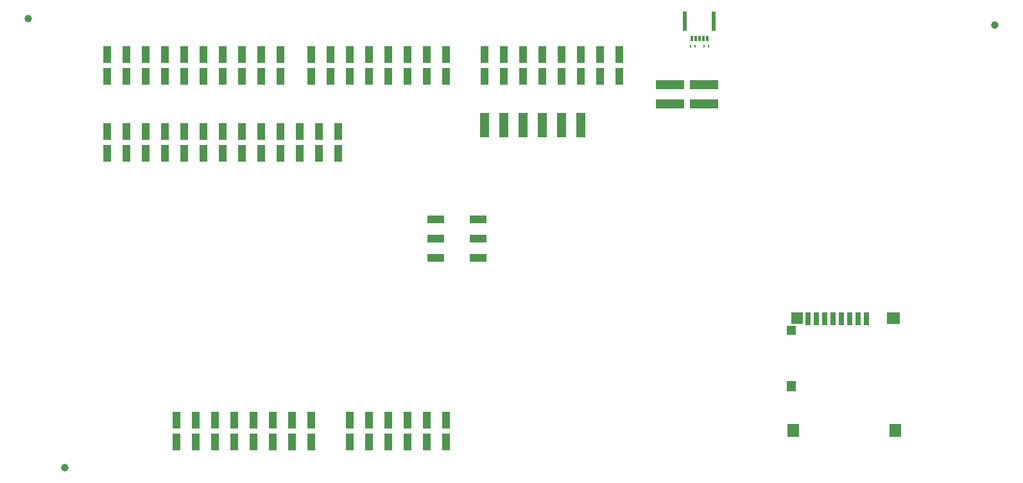
<source format=gbp>
G04*
G04 #@! TF.GenerationSoftware,Altium Limited,Altium Designer,21.1.1 (26)*
G04*
G04 Layer_Color=128*
%FSLAX24Y24*%
%MOIN*%
G70*
G04*
G04 #@! TF.SameCoordinates,859D0C74-6F1A-4902-9F36-B784FAE930BA*
G04*
G04*
G04 #@! TF.FilePolarity,Positive*
G04*
G01*
G75*
%ADD46R,0.0106X0.0118*%
%ADD53R,0.0874X0.0402*%
%ADD56C,0.0394*%
%ADD57R,0.0402X0.0862*%
%ADD74R,0.1500X0.0500*%
%ADD137R,0.0500X0.1252*%
%ADD317R,0.0591X0.0669*%
%ADD318R,0.0508X0.0551*%
%ADD319R,0.0508X0.0512*%
%ADD320R,0.0669X0.0591*%
%ADD321R,0.0315X0.0661*%
%ADD322R,0.0630X0.0591*%
%ADD323R,0.0236X0.1024*%
%ADD324R,0.0118X0.0315*%
D46*
X38388Y23020D02*
D03*
X38612D02*
D03*
X37688D02*
D03*
X37912D02*
D03*
D53*
X24438Y12000D02*
D03*
X26662D02*
D03*
X24438Y13000D02*
D03*
Y14000D02*
D03*
X26662Y13000D02*
D03*
Y14000D02*
D03*
D56*
X3282Y24450D02*
D03*
X5200Y1100D02*
D03*
X53500Y24100D02*
D03*
D57*
X18400Y17424D02*
D03*
Y18577D02*
D03*
X17400Y17424D02*
D03*
Y18577D02*
D03*
X13400Y17424D02*
D03*
Y18577D02*
D03*
X14400Y17424D02*
D03*
Y18577D02*
D03*
X8400Y17424D02*
D03*
Y18577D02*
D03*
X9400D02*
D03*
Y17424D02*
D03*
X10400Y18577D02*
D03*
Y17424D02*
D03*
X12400Y18577D02*
D03*
Y17424D02*
D03*
X11400Y18577D02*
D03*
Y17424D02*
D03*
X7400D02*
D03*
Y18577D02*
D03*
X16400D02*
D03*
Y17424D02*
D03*
X15400Y18577D02*
D03*
Y17424D02*
D03*
X19400Y18577D02*
D03*
Y17424D02*
D03*
X21000Y2424D02*
D03*
Y3577D02*
D03*
X22000D02*
D03*
Y2424D02*
D03*
X23000Y3577D02*
D03*
Y2424D02*
D03*
X25000Y3577D02*
D03*
Y2424D02*
D03*
X24000Y3577D02*
D03*
Y2424D02*
D03*
X20000D02*
D03*
Y3577D02*
D03*
X10400Y22577D02*
D03*
Y21424D02*
D03*
X9400Y22577D02*
D03*
Y21424D02*
D03*
X15400Y22577D02*
D03*
Y21424D02*
D03*
X14400D02*
D03*
Y22577D02*
D03*
X13400Y21424D02*
D03*
Y22577D02*
D03*
X11400Y21424D02*
D03*
Y22577D02*
D03*
X12400Y21424D02*
D03*
Y22577D02*
D03*
X16400D02*
D03*
Y21424D02*
D03*
X7400D02*
D03*
Y22577D02*
D03*
X8400Y21424D02*
D03*
Y22577D02*
D03*
X11000Y3577D02*
D03*
Y2424D02*
D03*
X15000D02*
D03*
Y3577D02*
D03*
X16000Y2424D02*
D03*
Y3577D02*
D03*
X14000Y2424D02*
D03*
Y3577D02*
D03*
X13000Y2424D02*
D03*
Y3577D02*
D03*
X12000D02*
D03*
Y2424D02*
D03*
X18000Y3577D02*
D03*
Y2424D02*
D03*
X17000Y3577D02*
D03*
Y2424D02*
D03*
X34000Y21424D02*
D03*
Y22577D02*
D03*
X30000D02*
D03*
Y21424D02*
D03*
X29000Y22577D02*
D03*
Y21424D02*
D03*
X31000Y22577D02*
D03*
Y21424D02*
D03*
X32000Y22577D02*
D03*
Y21424D02*
D03*
X33000D02*
D03*
Y22577D02*
D03*
X27000Y21424D02*
D03*
Y22577D02*
D03*
X28000Y21424D02*
D03*
Y22577D02*
D03*
X25000Y21424D02*
D03*
Y22577D02*
D03*
X21000D02*
D03*
Y21424D02*
D03*
X20000Y22577D02*
D03*
Y21424D02*
D03*
X22000Y22577D02*
D03*
Y21424D02*
D03*
X23000Y22577D02*
D03*
Y21424D02*
D03*
X24000D02*
D03*
Y22577D02*
D03*
X18000Y21424D02*
D03*
Y22577D02*
D03*
X19000Y21424D02*
D03*
Y22577D02*
D03*
D74*
X36625Y20000D02*
D03*
X38375D02*
D03*
X36625Y21000D02*
D03*
X38375D02*
D03*
D137*
X31000Y18890D02*
D03*
X30000D02*
D03*
X29000D02*
D03*
X27000D02*
D03*
X28000D02*
D03*
X32000D02*
D03*
D317*
X48327Y3043D02*
D03*
X43012D02*
D03*
D318*
X42929Y5327D02*
D03*
D319*
Y8228D02*
D03*
D320*
X48209Y8858D02*
D03*
D321*
X46811Y8827D02*
D03*
X46378D02*
D03*
X45945D02*
D03*
X45512D02*
D03*
X45079D02*
D03*
X44646D02*
D03*
X44213D02*
D03*
X43780D02*
D03*
D322*
X43224Y8858D02*
D03*
D323*
X38896Y24300D02*
D03*
X37400D02*
D03*
D324*
X38345Y23395D02*
D03*
X38148D02*
D03*
X37951D02*
D03*
X37754D02*
D03*
X38542D02*
D03*
M02*

</source>
